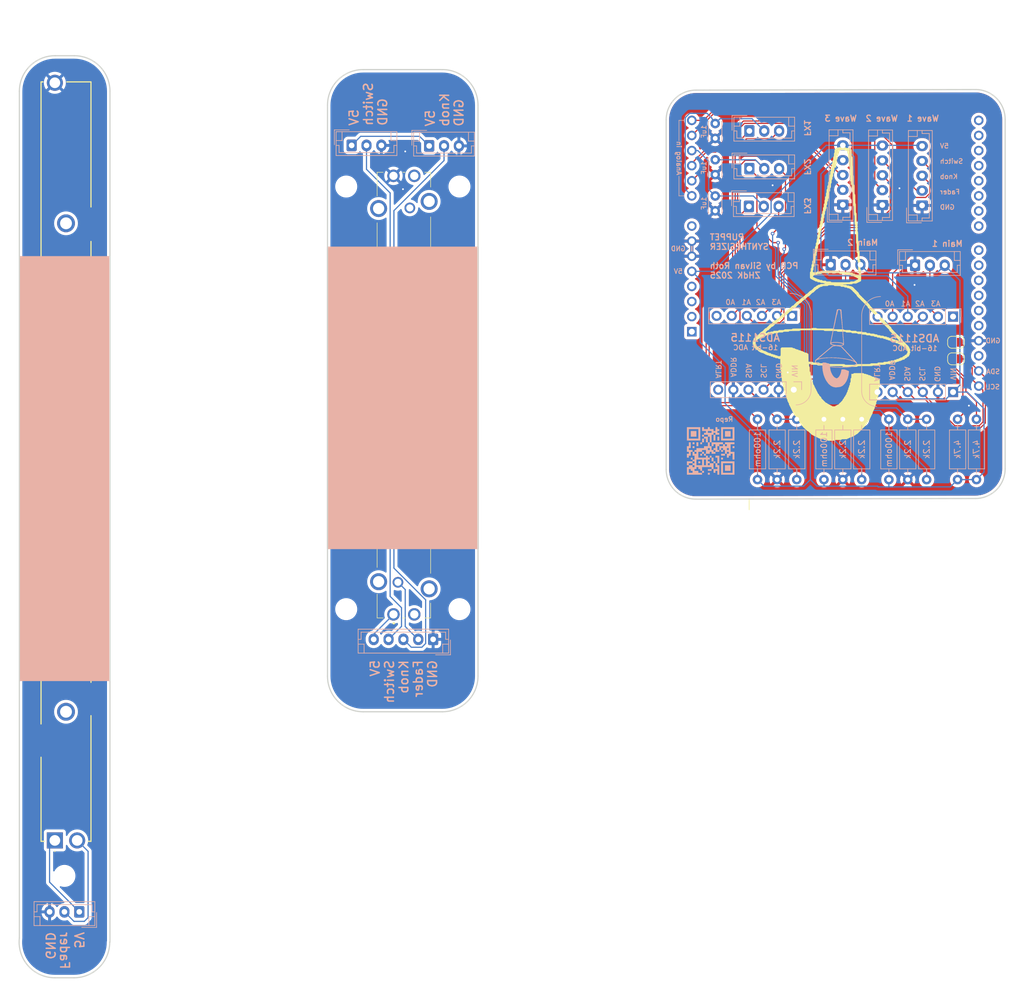
<source format=kicad_pcb>
(kicad_pcb (version 20240108) (generator "pcbnew") (generator_version "8.0")
  (layers (0 "F.Cu" signal) (31 "B.Cu" signal) (34 "B.Paste" user) (35 "F.Paste" user) (36 "B.SilkS" user "B.Silkscreen") (37 "F.SilkS" user "F.Silkscreen") (38 "B.Mask" user) (39 "F.Mask" user) (44 "Edge.Cuts" user))
  (net 0 "")
  (net 1 "Main_1")
  (net 2 "Main_2")
  (net 3 "SDA")
  (net 11 "SCL")
  (net 25 "Toggle_2")
  (net 26 "Switch_2")
  (net 27 "Knob_1")
  (net 30 "Net-(JP1-A)")
  (net 31 "Net-(JP2-A)")
  (net 32 "GND")
  (net 33 "+5V")
  (net 34 "Net-(J24-Pad3)")
  (net 35 "Net-(J24-Pad1)")
  (net 36 "Net-(J25-Pad1)")
  (net 37 "Net-(J25-Pad3)")
  (net 38 "Net-(J26-Pad1)")
  (net 39 "Net-(J26-Pad3)")
  (net 40 "Switch_3")
  (net 41 "Switch_1")
  (net 42 "Small_Fader_1")
  (net 43 "Small_Fader_2")
  (net 44 "Knob_2")
  (net 45 "Small_Fader_3")
  (net 46 "Knob_3")
  (net 47 "Toggle_3")
  (net 48 "Toggle_1")
  (net 49 "Net-(C3-Pad1)")
  (footprint "MountingHole:MountingHole_3.2mm_M3" (layer "F.Cu") (at 148.082 123.571)
    (property "Reference" "H4" (hide yes))
    (property "Value" "MountingHole_M3" (hide yes))
  )
  (footprint "Jumper:SolderJumper-2_P1.3mm_Open_RoundedPad1.0x1.5mm" (layer "F.Cu") (at 231.597063 78.655119)
    (property "Reference" "JP2" (hide yes))
    (property "Value" "Jumper_2_Bridged" (hide yes))
  )
  (footprint "LOGO" (layer "F.Cu") (at 211.673061 79.569415)
    (property "Reference" "G***" (hide yes))
    (property "Value" "LOGO" (hide yes))
  )
  (footprint "Module:Arduino_UNO_R3" (layer "F.Cu") (at 187.162061 76.877115 90)
    (property "Reference" "A1" (hide yes))
    (property "Value" "Arduino_Leonardo" (hide yes))
  )
  (footprint "MountingHole:MountingHole_3.2mm_M3" (layer "F.Cu") (at 148.082 52.451)
    (property "Reference" "H2" (hide yes))
    (property "Value" "MountingHole_M3" (hide yes))
  )
  (footprint "MountingHole:MountingHole_3.2mm_M3" (layer "F.Cu") (at 129.032 52.451)
    (property "Reference" "H1" (hide yes))
    (property "Value" "MountingHole_M3" (hide yes))
  )
  (footprint "Jumper:SolderJumper-2_P1.3mm_Open_RoundedPad1.0x1.5mm" (layer "F.Cu") (at 231.597064 81.449118)
    (property "Reference" "JP1" (hide yes))
    (property "Value" "Jumper_2_Bridged" (hide yes))
  )
  (footprint "MountingHole:MountingHole_3.2mm_M3" (layer "F.Cu") (at 129.032 123.571)
    (property "Reference" "H3" (hide yes))
    (property "Value" "MountingHole_M3" (hide yes))
  )
  (footprint "LOGO" (layer "F.Cu") (at 211.610156 70.145638)
    (property "Reference" "G***" (hide yes))
    (property "Value" "LOGO" (hide yes))
  )
  (footprint "MountingHole:MountingHole_3.2mm_M3" (layer "F.Cu") (at 81.637 168.458875 -90)
    (property "Reference" "H13" (hide yes))
    (property "Value" "MountingHole_M3" (hide yes))
  )
  (footprint "PuppetSynth:PS6020MC1BR10K" (layer "F.Cu") (at 136.983 124.451001 90)
    (property "Reference" "10k")
    (property "Value" "R_Potentiometer" (hide yes))
  )
  (footprint "PuppetSynth:PS1001B1BR10K" (layer "F.Cu") (at 80.027002 162.489 90)
    (property "Reference" "10k")
    (property "Value" "R_Potentiometer" (hide yes))
  )
  (footprint "Resistor_THT:R_Axial_DIN0207_L6.3mm_D2.5mm_P10.16mm_Horizontal" (layer "B.Cu") (at 231.866058 91.609121 -90)
    (property "Reference" "R2" (hide yes))
    (property "Value" "4.7k")
  )
  (footprint "Capacitor_THT:C_Disc_D3.0mm_W2.0mm_P2.50mm" (layer "B.Cu") (at 191.099064 47.941118 -90)
    (property "Reference" "C4" (hide yes))
    (property "Value" "1uF")
  )
  (footprint "Connector_JST:JST_EH_B5B-EH-A_1x05_P2.50mm_Vertical" (layer "B.Cu") (at 219.212063 55.555115 90)
    (property "Reference" "J14" (hide yes))
    (property "Value" "JST_05" (hide yes))
  )
  (footprint "Connector_JST:JST_EH_B3B-EH-A_1x03_P2.50mm_Vertical" (layer "B.Cu") (at 84.137 174.508875 180)
    (property "Reference" "J3" (hide yes))
    (property "Value" "JST_03")
  )
  (footprint "Connector_JST:JST_EH_B5B-EH-A_1x05_P2.50mm_Vertical" (layer "B.Cu") (at 225.897062 55.635116 90)
    (property "Reference" "J13" (hide yes))
    (property "Value" "JST_05" (hide yes))
  )
  (footprint "Connector_JST:JST_EH_B5B-EH-A_1x05_P2.50mm_Vertical" (layer "B.Cu") (at 143.653 128.651 180)
    (property "Reference" "J5" (hide yes))
    (property "Value" "JST_05")
  )
  (footprint "Resistor_THT:R_Axial_DIN0207_L6.3mm_D2.5mm_P10.16mm_Horizontal" (layer "B.Cu") (at 223.484059 101.769118 90)
    (property "Reference" "R10" (hide yes))
    (property "Value" "2.2k")
  )
  (footprint "Connector_PinSocket_2.54mm:PinSocket_1x06_P2.54mm_Vertical" (layer "B.Cu") (at 204.307057 86.638058 90)
    (property "Reference" "J8" (hide yes))
    (property "Value" "PINHD_1x6_Female" (hide yes))
  )
  (footprint "Connector_PinSocket_2.54mm:PinSocket_1x06_P2.54mm_Vertical" (layer "B.Cu") (at 231.104061 87.037115 90)
    (property "Reference" "J10" (hide yes))
    (property "Value" "PINHD_1x6_Female" (hide yes))
  )
  (footprint "Connector_JST:JST_EH_B3B-EH-A_1x03_P2.50mm_Vertical" (layer "B.Cu") (at 142.986 45.611832)
    (property "Reference" "J20" (hide yes))
    (property "Value" "JST_03" (hide yes))
  )
  (footprint "Connector_PinSocket_2.54mm:PinSocket_1x06_P2.54mm_Vertical" (layer "B.Cu") (at 231.104061 74.337116 90)
    (property "Reference" "J19" (hide yes))
    (property "Value" "PINHD_1x6_Female" (hide yes))
  )
  (footprint "Connector_JST:JST_EH_B5B-EH-A_1x05_P2.50mm_Vertical" (layer "B.Cu") (at 212.562064 55.515112 90)
    (property "Reference" "J15" (hide yes))
    (property "Value" "JST_05" (hide yes))
  )
  (footprint "Capacitor_THT:C_Disc_D3.0mm_W2.0mm_P2.50mm" (layer "B.Cu") (at 191.099062 54.037117 -90)
    (property "Reference" "C5" (hide yes))
    (property "Value" "1uF")
  )
  (footprint "Capacitor_THT:C_Disc_D3.0mm_W2.0mm_P2.50mm" (layer "B.Cu") (at 191.099063 41.845116 -90)
    (property "Reference" "C3" (hide yes))
    (property "Value" "1uF")
  )
  (footprint "Connector_JST:JST_EH_B3B-EH-A_1x03_P2.50mm_Vertical" (layer "B.Cu") (at 196.767064 55.79512)
    (property "Reference" "J26" (hide yes))
    (property "Value" "JST_03" (hide yes))
  )
  (footprint "Resistor_THT:R_Axial_DIN0207_L6.3mm_D2.5mm_P10.16mm_Horizontal" (layer "B.Cu") (at 198.211059 91.609121 -90)
    (property "Reference" "R9" (hide yes))
    (property "Value" "100ohm")
  )
  (footprint "Connector_PinSocket_2.54mm:PinSocket_1x06_P2.54mm_Vertical" (layer "B.Cu") (at 204.035013 74.210118 90)
    (property "Reference" "J9" (hide yes))
    (property "Value" "PINHD_1x6_Female" (hide yes))
  )
  (footprint "Connector_JST:JST_EH_B3B-EH-A_1x03_P2.50mm_Vertical" (layer "B.Cu") (at 210.520295 65.610885)
    (property "Reference" "J12" (hide yes))
    (property "Value" "JST_03" (hide yes))
  )
  (footprint "Resistor_THT:R_Axial_DIN0207_L6.3mm_D2.5mm_P10.16mm_Horizontal" (layer "B.Cu") (at 201.51306 101.769118 90)
    (property "Reference" "R5" (hide yes))
    (property "Value" "2.2k")
  )
  (footprint "LOGO" (layer "B.Cu") (at 190.337063 96.94312 180)
    (property "Reference" "G***" (hide yes))
    (property "Value" "LOGO" (hide yes))
  )
  (footprint "Resistor_THT:R_Axial_DIN0207_L6.3mm_D2.5mm_P10.16mm_Horizontal" (layer "B.Cu") (at 212.562063 101.76912 90)
    (property "Reference" "R13" (hide yes))
    (property "Value" "2.2k")
  )
  (footprint "Resistor_THT:R_Axial_DIN0207_L6.3mm_D2.5mm_P10.16mm_Horizontal" (layer "B.Cu") (at 235.041063 91.609121 -90)
    (property "Reference" "R1" (hide yes))
    (property "Value" "4.7k")
  )
  (footprint "Resistor_THT:R_Axial_DIN0207_L6.3mm_D2.5mm_P10.16mm_Horizontal" (layer "B.Cu") (at 204.815062 91.609118 -90)
    (property "Reference" "R4" (hide yes))
    (property "Value" "2.2k")
  )
  (footprint "Connector_JST:JST_EH_B3B-EH-A_1x03_P2.50mm_Vertical" (layer "B.Cu") (at 196.847061 43.095116)
    (property "Reference" "J24" (hide yes))
    (property "Value" "JST_03" (hide yes))
  )
  (footprint "Connector_JST:JST_EH_B3B-EH-A_1x03_P2.50mm_Vertical" (layer "B.Cu") (at 224.707063 65.701121)
    (property "Reference" "J11" (hide yes))
    (property "Value" "JST_03" (hide yes))
  )
  (footprint "Connector_JST:JST_EH_B3B-EH-A_1x03_P2.50mm_Vertical" (layer "B.Cu") (at 129.944649 45.525999)
    (property "Reference" "J16" (hide yes))
    (property "Value" "JST_03" (hide yes))
  )
  (footprint "Resistor_THT:R_Axial_DIN0207_L6.3mm_D2.5mm_P10.16mm_Horizontal" (layer "B.Cu") (at 209.387062 91.60912 -90)
    (property "Reference" "R17" (hide yes))
    (property "Value" "100ohm")
  )
  (footprint "Connector_JST:JST_EH_B3B-EH-A_1x03_P2.50mm_Vertical" (layer "B.Cu") (at 196.847062 49.44512)
    (property "Reference" "J25" (hide yes))
    (property "Value" "JST_03" (hide yes))
  )
  (footprint "Resistor_THT:R_Axial_DIN0207_L6.3mm_D2.5mm_P10.16mm_Horizontal" (layer "B.Cu") (at 226.659062 91.609117 -90)
    (property "Reference" "R11" (hide yes))
    (property "Value" "2.2k")
  )
  (footprint "Resistor_THT:R_Axial_DIN0207_L6.3mm_D2.5mm_P10.16mm_Horizontal" (layer "B.Cu") (at 215.737062 91.609118 -90)
    (property "Reference" "R14" (hide yes))
    (property "Value" "2.2k")
  )
  (footprint "Resistor_THT:R_Axial_DIN0207_L6.3mm_D2.5mm_P10.16mm_Horizontal" (layer "B.Cu") (at 220.309062 91.609111 -90)
    (property "Reference" "R12" (hide yes))
    (property "Value" "100ohm")
  )
  (gr_line (start 190.5 40.894) (end 190.754 41.402) (stroke (width 0.2)) (layer "B.Cu"))
  (gr_poly (pts (xy 89.297002 64.205) (xy 89.297001 135.62) (xy 74.057002 135.62) (xy 74.057002 64.204999)) (stroke (width 0.1)) (fill solid) (layer "B.SilkS"))
  (gr_line (start 185.003061 41.31712) (end 185.892059 41.31712) (stroke (width 0.1)) (layer "B.SilkS"))
  (gr_arc (start 215.737062 74.210121) (mid 216.64342 71.920833) (end 218.91322 70.966708) (stroke (width 0.1)) (layer "B.SilkS"))
  (gr_arc (start 218.277061 89.450119) (mid 216.48098 88.706199) (end 215.737062 86.910119) (stroke (width 0.1)) (layer "B.SilkS"))
  (gr_rect (start 125.841 62.611) (end 151.273 113.411) (stroke (width 0.1)) (fill solid) (layer "B.SilkS"))
  (gr_arc (start 203.670321 70.44158) (mid 206.191791 71.447134) (end 207.228064 73.956119) (stroke (width 0.1)) (layer "B.SilkS"))
  (gr_line (start 185.003061 44.74612) (end 185.003061 41.31712) (stroke (width 0.1)) (layer "B.SilkS"))
  (gr_line (start 185.003064 50.715118) (end 185.003062 54.017119) (stroke (width 0.1)) (layer "B.SilkS"))
  (gr_line (start 207.228063 86.656118) (end 207.228062 73.956122) (stroke (width 0.1)) (layer "B.SilkS"))
  (gr_arc (start 207.228063 86.656118) (mid 206.484142 88.452199) (end 204.688061 89.196119) (stroke (width 0.1)) (layer "B.SilkS"))
  (gr_line (start 187.162061 63.288119) (end 187.162063 62.526117) (stroke (width 0.2)) (layer "B.SilkS"))
  (gr_line (start 215.737062 74.21012) (end 215.737062 86.910119) (stroke (width 0.1)) (layer "B.SilkS"))
  (gr_line (start 185.003062 54.017119) (end 185.892061 54.017117) (stroke (width 0.1)) (layer "B.SilkS"))
  (gr_arc (start 151.199351 134.841299) (mid 149.441992 139.08394) (end 145.199351 140.841299) (stroke (width 0.2)) (layer "Edge.Cuts"))
  (gr_line (start 182.848063 100.055884) (end 182.848061 41.22591) (stroke (width 0.2)) (layer "Edge.Cuts"))
  (gr_line (start 145.199351 140.841299) (end 131.882649 140.841299) (stroke (width 0.2)) (layer "Edge.Cuts"))
  (gr_line (start 239.865063 41.120355) (end 239.865059 99.950333) (stroke (width 0.2)) (layer "Edge.Cuts"))
  (gr_line (start 187.836836 36.22592) (end 234.853836 36.120369) (stroke (width 0.2)) (layer "Edge.Cuts"))
  (gr_line (start 80.057001 30.434) (end 83.297002 30.434) (stroke (width 0.2)) (layer "Edge.Cuts"))
  (gr_arc (start 187.859286 105.05587) (mid 184.316476 103.595386) (end 182.848063 100.055884) (stroke (width 0.2)) (layer "Edge.Cuts"))
  (gr_arc (start 131.882649 140.841299) (mid 127.640008 139.08394) (end 125.882649 134.841299) (stroke (width 0.2)) (layer "Edge.Cuts"))
  (gr_line (start 131.882649 32.766) (end 145.199351 32.766) (stroke (width 0.2)) (layer "Edge.Cuts"))
  (gr_arc (start 80.016999 185.603874) (mid 75.53645 183.59452) (end 74.057001 178.912203) (stroke (width 0.2)) (layer "Edge.Cuts"))
  (gr_arc (start 239.865059 99.950333) (mid 238.404553 103.481883) (end 234.876285 104.950315) (stroke (width 0.2)) (layer "Edge.Cuts"))
  (gr_arc (start 89.257 179.603874) (mid 87.499647 183.846528) (end 83.257002 185.603874) (stroke (width 0.2)) (layer "Edge.Cuts"))
  (gr_line (start 74.057001 178.912203) (end 74.057001 36.433999) (stroke (width 0.2)) (layer "Edge.Cuts"))
  (gr_arc (start 145.199351 32.766) (mid 149.442019 34.523331) (end 151.199351 38.766) (stroke (width 0.2)) (layer "Edge.Cuts"))
  (gr_line (start 234.876285 104.950315) (end 187.859286 105.05587) (stroke (width 0.2)) (layer "Edge.Cuts"))
  (gr_line (start 89.297002 36.433999) (end 89.297002 179.603877) (stroke (width 0.2)) (layer "Edge.Cuts"))
  (gr_line (start 83.257002 185.603874) (end 80.016999 185.603874) (stroke (width 0.2)) (layer "Edge.Cuts"))
  (gr_arc (start 182.848061 41.22591) (mid 184.308563 37.69435) (end 187.836836 36.22592) (stroke (width 0.2)) (layer "Edge.Cuts"))
  (gr_arc (start 234.853836 36.120369) (mid 238.396641 37.580853) (end 239.865063 41.120355) (stroke (width 0.2)) (layer "Edge.Cuts"))
  (gr_arc (start 83.297002 30.434) (mid 87.539625 32.191366) (end 89.297002 36.433999) (stroke (width 0.2)) (layer "Edge.Cuts"))
  (gr_line (start 151.199351 38.766) (end 151.199351 134.841299) (stroke (width 0.2)) (layer "Edge.Cuts"))
  (gr_arc (start 125.882649 38.766) (mid 127.640008 34.523359) (end 131.882649 32.766) (stroke (width 0.2)) (layer "Edge.Cuts"))
  (gr_line (start 125.882649 134.841299) (end 125.882649 38.766) (stroke (width 0.2)) (layer "Edge.Cuts"))
  (gr_line (start 89.257 179.603874) (end 89.297002 179.603877) (stroke (width 0.2)) (layer "Edge.Cuts"))
  (gr_arc (start 74.057001 36.433999) (mid 75.814357 32.191357) (end 80.057001 30.434) (stroke (width 0.2)) (layer "Edge.Cuts"))
  (gr_text "SDA" (at 223.375113 83.989116 -90) (layer "B.SilkS") (effects (font (size 0.87376 0.87376) (thickness 0.14224)) (justify mirror)))
  (gr_text "ADS1115" (at 197.83006 77.893113 0) (layer "B.SilkS") (effects (font (size 1.25222 1.25222) (thickness 0.22098)) (justify mirror)))
  (gr_text "GND" (at 228.437064 83.989119 -90) (layer "B.SilkS") (effects (font (size 0.87376 0.87376) (thickness 0.14224)) (justify mirror)))
  (gr_text "GND" (at 201.767058 83.481117 -90) (layer "B.SilkS") (effects (font (size 0.87376 0.87376) (thickness 0.14224)) (justify mirror)))
  (gr_text "5V\n\nSwitch\n\nKnob\n\nFader\n\nGND" (at 228.818062 56.390116 0) (layer "B.SilkS") (effects (font (size 0.8 0.8) (thickness 0.15) (bold yes)) (justify right bottom mirror)))
  (gr_text "SDA" (at 196.705114 83.481117 -90) (layer "B.SilkS") (effects (font (size 0.87376 0.87376) (thickness 0.14224)) (justify mirror)))
  (gr_text "A3" (at 201.386063 71.924122 0) (layer "B.SilkS") (effects (font (size 0.87376 0.87376) (thickness 0.14224)) (justify mirror)))
  (gr_text "GND" (at 237.835062 78.401119 0) (layer "B.SilkS") (effects (font (size 0.8 0.8) (thickness 0.15) (bold yes)) (justify mirror)))
  (gr_text "A2" (at 225.516064 72.178118 0) (layer "B.SilkS") (effects (font (size 0.87376 0.87376) (thickness 0.14224)) (justify mirror)))
  (gr_text "5V\nFader\nGND" (at 78.375002 177.7635 -90) (layer "B.SilkS") (effects (font (size 1.5 1.5) (thickness 0.25) (bold yes)) (justify right bottom mirror)))
  (gr_text "ADDR" (at 194.147062 82.846118 -90) (layer "B.SilkS") (effects (font (size 0.87376 0.87376) (thickness 0.14224)) (justify mirror)))
  (gr_text "5V\nKnob\nGND" (at 148.867649 42.477999 90) (layer "B.SilkS") (effects (font (size 1.5 1.5) (thickness 0.25) (bold yes)) (justify right bottom mirror)))
  (gr_text "Wave 1  Wave 2  Wave 3" (at 209.387062 41.571117 0) (layer "B.SilkS") (effects (font (size 1 1) (thickness 0.2) (bold yes)) (justify right bottom mirror)))
  (gr_text "GND" (at 184.876065 62.907118 0) (layer "B.SilkS") (effects (font (size 0.8 0.8) (thickness 0.15) (bold yes)) (justify mirror)))
  (gr_text "FX3     FX2     FX1" (at 205.991063 41.063119 -90) (layer "B.SilkS") (effects (font (size 1 1) (thickness 0.2) (bold yes)) (justify right bottom mirror)))
  (gr_text "VIN" (at 231.10406 83.989117 -90) (layer "B.SilkS") (effects (font (size 0.87376 0.87376) (thickness 0.14224)) (justify mirror)))
  (gr_text "SCL" (at 225.897063 83.989121 -90) (layer "B.SilkS") (effects (font (size 0.87376 0.87376) (thickness 0.14224)) (justify mirror)))
  (gr_text "A1" (at 196.306068 71.924117 0) (layer "B.SilkS") (effects (font (size 0.87376 0.87376) (thickness 0.14224)) (justify mirror)))
  (gr_text "5V\nSwitch\nKnob\nFader\nGND" (at 144.422649 132.012999 90) (layer "B.SilkS") (effects (font (size 1.5 1.5) (thickness 0.25) (bold yes)) (justify left bottom mirror)))
  (gr_text "ALRT" (at 218.29511 83.735118 -90) (layer "B.SilkS") (effects (font (size 0.87376 0.87376) (thickness 0.14224)) (justify mirror)))
  (gr_text "A0" (at 220.43606 72.178118 0) (layer "B.SilkS") (effects (font (size 0.87376 0.87376) (thickness 0.14224)) (justify mirror)))
  (gr_text "A3" (at 228.183063 72.178118 0) (layer "B.SilkS") (effects (font (size 0.87376 0.87376) (thickness 0.14224)) (justify mirror)))
  (gr_text "A1" (at 223.103063 72.178119 0) (layer "B.SilkS") (effects (font (size 0.87376 0.87376) (thickness 0.14224)) (justify mirror)))
  (gr_text "16-bit ADC" (at 197.893566 79.544116 0) (layer "B.SilkS") (effects (font (size 0.8636 0.8636) (thickness 0.1524)) (justify mirror)))
  (gr_text "5V\nSwitch\nGND" (at 136.040649 42.350999 90) (layer "B.SilkS") (effects (font (size 1.5 1.5) (thickness 0.25) (bold yes)) (justify right bottom mirror)))
  (gr_text "A2" (at 198.719058 71.924116 0) (layer "B.SilkS") (effects (font (size 0.87376 0.87376) (thickness 0.14224)) (justify mirror)))
  (gr_text "16-bit ADC" (at 224.69056 79.671118 0) (layer "B.SilkS") (effects (font (size 0.8636 0.8636) (thickness 0.1524)) (justify mirror)))
  (gr_text "Repo" (at 192.623058 91.609116 0) (layer "B.SilkS") (effects (font (size 0.8 0.8) (thickness 0.15) (bold yes)) (justify mirror)))
  (gr_text "SCL" (at 199.227061 83.481118 -90) (layer "B.SilkS") (effects (font (size 0.87376 0.87376) (thickness 0.14224)) (justify mirror)))
  (gr_text "A0" (at 193.639065 71.924118 0) (layer "B.SilkS") (effects (font (size 0.87376 0.87376) (thickness 0.14224)) (justify mirror)))
  (gr_text "SDA\n\nSCL" (at 237.83506 84.87812 0) (layer "B.SilkS") (effects (font (size 0.8 0.8) (thickness 0.15) (bold yes)) (justify mirror)))
  (gr_text "VIN" (at 204.434057 83.481112 -90) (layer "B.SilkS") (effects (font (size 0.87376 0.87376) (thickness 0.14224)) (justify mirror)))
  (gr_text "Analog in" (at 185.003061 47.66712 -90) (layer "B.SilkS") (effects (font (size 0.8 0.8) (thickness 0.15) (bold yes)) (justify mirror)))
  (gr_text "PUPPET\nSYNTHESIZER\n\nPCB by Silvan Roth\nZHdK 2025" (at 190.083061 67.987115 0) (layer "B.SilkS") (effects (font (size 1 1) (thickness 0.2) (bold yes)) (justify right bottom mirror)))
  (gr_text "ALRT" (at 191.625112 83.227119 -90) (layer "B.SilkS") (effects (font (size 0.87376 0.87376) (thickness 0.14224)) (justify mirror)))
  (gr_text "ADS1115" (at 224.62706 78.020114 0) (layer "B.SilkS") (effects (font (size 1.25222 1.25222) (thickness 0.22098)) (justify mirror)))
  (gr_text "ADDR" (at 220.817061 83.35412 -90) (layer "B.SilkS") (effects (font (size 0.87376 0.87376) (thickness 0.14224)) (justify mirror)))
  (gr_text "Main 1" (at 227.421063 62.653119 0) (layer "B.SilkS") (effects (font (size 1 1) (thickness 0.2) (bold yes)) (justify right bottom mirror)))
  (gr_text "Main 2" (at 213.195297 62.461887 0) (layer "B.SilkS") (effects (font (size 1 1) (thickness 0.2) (bold yes)) (justify right bottom mirror)))
  (gr_text "5V" (at 184.876059 66.717119 0) (layer "B.SilkS") (effects (font (size 0.8 0.8) (thickness 0.15) (bold yes)) (justify mirror)))
  (segment (start 227.207062 65.701118) (end 227.207061 72.980118) (width 0.2) (layer "F.Cu") (net 1))
  (segment (start 227.207061 72.980118) (end 228.56406 74.33712) (width 0.2) (layer "F.Cu") (net 1))
  (segment (start 85.614001 175.4775) (end 85.614003 164.325996) (width 0.2) (layer "B.Cu") (net 1))
  (segment (start 84.979002 176.112499) (end 85.614001 175.4775) (width 0.2) (layer "B.Cu") (net 1))
  (segment (start 83.240624 176.112499) (end 84.979002 176.112499) (width 0.2) (layer "B.Cu") (net 1))
  (segment (start 85.614003 164.325996) (end 83.777006 162.488998) (width 0.2) (layer "B.Cu") (net 1))
  (segment (start 81.637 174.508875) (end 83.240624 176.112499) (width 0.2) (layer "B.Cu") (net 1))
  (segment (start 213.020298 71.112357) (end 213.020298 65.610886) (width 0.2) (layer "F.Cu") (net 2))
  (segment (start 224.87406 75.48712) (end 217.395063 75.487118) (width 0.2) (layer "F.Cu") (net 2))
  (segment (start 217.395063 75.487118) (end 213.020298 71.112357) (width 0.2) (layer "F.Cu") (net 2))
  (segment (start 226.02406 74.337115) (end 224.87406 75.48712) (width 0.2) (layer "F.Cu") (net 2))
  (segment (start 233.057154 81.112208) (end 233.057152 79.465213) (width 0.2) (layer "F.Cu") (net 3))
  (segment (start 223.484059 87.037118) (end 221.69006 85.243119) (width 0.2) (layer "F.Cu") (net 3))
  (segment (start 198.236118 88.187117) (end 196.687058 86.638059) (width 0.2) (layer "F.Cu") (net 3))
  (segment (start 235.422062 83.477118) (end 233.057154 81.112208) (width 0.2) (layer "F.Cu") (net 3))
  (segment (start 233.057152 79.465213) (end 232.247062 78.655121) (width 0.2) (layer "F.Cu") (net 3))
  (segment (start 236.541059 92.230441) (end 235.658927 93.112574) (width 0.2) (layer "F.Cu") (net 3))
  (segment (start 236.522062 84.577119) (end 236.522061 87.698432) (width 0.2) (layer "F.Cu") (net 3))
  (segment (start 221.69006 85.243119) (end 207.879061 85.243118) (width 0.2) (layer "F.Cu") (net 3))
  (segment (start 235.422062 83.477118) (end 236.522062 84.577119) (width 0.2) (layer "F.Cu") (net 3))
  (segment (start 236.522061 87.698432) (end 236.541063 87.717432) (width 0.2) (layer "F.Cu") (net 3))
  (segment (start 207.879061 85.243118) (end 204.93506 88.187118) (width 0.2) (layer "F.Cu") (net 3))
  (segment (start 231.248191 93.112576) (end 226.442738 88.307119) (width 0.2) (layer "F.Cu") (net 3))
  (segment (start 236.541063 87.717432) (end 236.541059 92.230441) (width 0.2) (layer "F.Cu") (net 3))
  (segment (start 204.93506 88.187118) (end 198.236118 88.187117) (width 0.2) (layer "F.Cu") (net 3))
  (segment (start 226.442738 88.307119) (end 224.754062 88.307119) (width 0.2) (layer "F.Cu") (net 3))
  (segment (start 235.658927 93.112574) (end 231.248191 93.112576) (width 0.2) (layer "F.Cu") (net 3))
  (segment (start 224.754062 88.307119) (end 223.484059 87.037118) (width 0.2) (layer "F.Cu") (net 3))
  (segment (start 223.103062 86.656117) (end 223.484059 87.037118) (width 0.2) (layer "B.Cu") (net 3))
  (segment (start 235.422064 86.01712) (end 236.122062 86.717121) (width 0.2) (layer "F.Cu") (net 11))
  (segment (start 236.14106 87.883121) (end 236.141061 92.064758) (width 0.2) (layer "F.Cu") (net 11))
  (segment (start 234.322057 82.942804) (end 234.322056 84.917118) (width 0.2) (layer "F.Cu") (net 11))
  (segment (start 236.141061 92.064758) (end 235.49324 92.712576) (width 0.2) (layer "F.Cu") (net 11))
  (segment (start 236.122062 86.717121) (end 236.12206 87.86412) (width 0.2) (layer "F.Cu") (net 11))
  (segment (start 236.12206 87.86412) (end 236.14106 87.883121) (width 0.2) (layer "F.Cu") (net 11))
  (segment (start 232.247063 81.449118) (end 232.828374 81.44912) (width 0.2) (layer "F.Cu") (net 11))
  (segment (start 226.024063 87.322756) (end 226.024062 87.037118) (width 0.2) (layer "F.Cu") (net 11))
  (segment (start 231.41388 92.712573) (end 226.024063 87.322756) (width 0.2) (layer "F.Cu") (net 11))
  (segment (start 232.828374 81.44912) (end 234.322057 82.942804) (width 0.2) (layer "F.Cu") (net 11))
  (segment (start 201.022001 84.843119) (end 223.830062 84.843118) (width 0.2) (layer "F.Cu") (net 11))
  (segment (start 199.22706 86.638059) (end 201.022001 84.843119) (width 0.2) (layer "F.Cu") (net 11))
  (segment (start 234.322056 84.917118) (end 235.422064 86.01712) (width 0.2) (layer "F.Cu") (net 11))
  (segment (start 235.49324 92.712576) (end 231.41388 92.712573) (width 0.2) (layer "F.Cu") (net 11))
  (segment (start 223.830062 84.843118) (end 226.024062 87.037118) (width 0.2) (layer "F.Cu") (net 11))
  (segment (start 194.865012 49.317428) (end 196.13432 48.048118) (width 0.2) (layer "F.Cu") (net 25))
  (segment (start 193.875013 74.210116) (end 194.86501 73.220121) (width 0.2) (layer "F.Cu") (net 25))
  (segment (start 197.950063 48.048119) (end 199.347064 49.445117) (width 0.2) (layer "F.Cu") (net 25))
  (segment (start 196.13432 48.048118) (end 197.950063 48.048119) (width 0.2) (layer "F.Cu") (net 25))
  (segment (start 194.86501 73.220121) (end 194.865012 49.317428) (width 0.2) (layer "F.Cu") (net 25))
  (segment (start 191.099064 47.941118) (end 197.843065 47.941119) (width 0.2) (layer "B.Cu") (net 25))
  (segment (start 197.843065 47.941119) (end 199.347064 49.445117) (width 0.2) (layer "B.Cu") (net 25))
  (segment (start 218.091488 59.351117) (end 220.963061 56.479545) (width 0.2) (layer "F.Cu") (net 26))
  (segment (start 201.495009 74.210116) (end 202.245009 73.460116) (width 0.2) (layer "F.Cu") (net 26))
  (segment (start 220.963061 56.479545) (end 220.96306 49.806114) (width 0.2) (layer "F.Cu") (net 26))
  (segment (start 202.245009 73.460116) (end 202.245011 67.058855) (width 0.2) (layer "F.Cu") (net 26))
  (segment (start 220.96306 49.806114) (end 219.212063 48.055117) (width 0.2) (layer "F.Cu") (net 26))
  (segment (start 209.952748 59.351113) (end 218.091488 59.351117) (width 0.2) (layer "F.Cu") (net 26))
  (segment (start 202.245011 67.058855) (end 209.952748 59.351113) (width 0.2) (layer "F.Cu") (net 26))
  (segment (start 226.498406 54.285116) (end 227.172062 53.611465) (width 0.2) (layer "F.Cu") (net 27))
  (segment (start 223.723177 54.285117) (end 226.498406 54.285116) (width 0.2) (layer "F.Cu") (net 27))
  (segment (start 202.645011 74.686467) (end 202.645008 67.22454) (width 0.2) (layer "F.Cu") (net 27))
  (segment (start 210.010432 59.859119) (end 218.149171 59.859118) (width 0.2) (layer "F.Cu") (net 27))
  (segment (start 197.565013 75.360119) (end 201.971353 75.360119) (width 0.2) (layer "F.Cu") (net 27))
  (segment (start 196.415012 74.210118) (end 197.565013 75.360119) (width 0.2) (layer "F.Cu") (net 27))
  (segment (start 218.149171 59.859118) (end 223.723177 54.285117) (width 0.2) (layer "F.Cu") (net 27))
  (segment (start 201.971353 75.360119) (end 202.645011 74.686467) (width 0.2) (layer "F.Cu") (net 27))
  (segment (start 202.645008 67.22454) (end 210.010432 59.859119) (width 0.2) (layer "F.Cu") (net 27))
  (segment (start 227.172059 51.910114) (end 225.897062 50.635119) (width 0.2) (layer "F.Cu") (net 27))
  (segment (start 227.172062 53.611465) (end 227.172059 51.910114) (width 0.2) (layer "F.Cu") (net 27))
  (segment (start 142.390649 129.345999) (end 142.390649 121.998169) (width 0.2) (layer "B.Cu") (net 27))
  (segment (start 137.056649 56.507351) (end 145.486 48.078) (width 0.2) (layer "B.Cu") (net 27))
  (segment (start 138.653 128.651) (end 139.982999 129.980999) (width 0.2) (layer "B.Cu") (net 27))
  (segment (start 142.390649 121.998169) (end 137.056649 116.664169) (width 0.2) (layer "B.Cu") (net 27))
  (segment (start 145.486 48.078) (end 145.486 45.611833) (width 0.2) (layer "B.Cu") (net 27))
  (segment (start 137.056649 116.664169) (end 137.056649 56.507351) (width 0.2) (layer "B.Cu") (net 27))
  (segment (start 139.982999 129.980999) (end 141.755649 129.980999) (width 0.2) (layer "B.Cu") (net 27))
  (segment (start 141.755649 129.980999) (end 142.390649 129.345999) (width 0.2) (layer "B.Cu") (net 27))
  (segment (start 233.263062 86.903118) (end 233.263061 84.751116) (width 0.2) (layer "F.Cu") (net 30))
  (segment (start 235.041063 91.609121) (end 235.041062 88.681119) (width 0.2) (layer "F.Cu") (net 30))
  (segment (start 230.94706 82.435116) (end 230.947062 81.449118) (width 0.2) (layer "F.Cu") (net 30))
  (segment (start 233.263061 84.751116) (end 230.94706 82.435116) (width 0.2) (layer "F.Cu") (net 30))
  (segment (start 235.041062 88.681119) (end 233.263062 86.903118) (width 0.2) (layer "F.Cu") (net 30))
  (segment (start 232.755063 84.808804) (end 232.755058 90.720122) (width 0.2) (layer "F.Cu") (net 31))
  (segment (start 230.136969 82.190714) (end 232.755063 84.808804) (width 0.2) (layer "F.Cu") (net 31))
  (segment (start 230.136971 79.46521) (end 230.136969 82.190714) (width 0.2) (layer "F.Cu") (net 31))
  (segment (start 232.755058 90.720122) (end 231.866058 91.609121) (width 0.2) (layer "F.Cu") (net 31))
  (segment (start 230.947064 78.65512) (end 230.136971 79.46521) (width 0.2) (layer "F.Cu") (net 31))
  (via (at 233.771062 89.323115) (size 0.6) (drill 0.3) (layers "F.Cu" "B.Cu") (net 32))
  (via (at 138.580649 52.891999) (size 0.6) (drill 0.3) (layers "F.Cu" "B.Cu") (net 32))
  (via (at 224.62706 69.003119) (size 0.6) (drill 0.3) (layers "F.Cu" "B.Cu") (net 32))
  (via (at 222.08706 52.747118) (size 0.6) (drill 0.3) (layers "F.Cu" "B.Cu") (net 32))
  (via (at 200.751062 52.239119) (size 0.6) (drill 0.3) (layers "F.Cu" "B.Cu") (net 32))
  (via (at 138.961649 46.541999) (size 0.6) (drill 0.3) (layers "F.Cu" "B.Cu") (net 32))
  (segment (start 229.707062 65.701121) (end 228.432062 66.976119) (width 0.2) (layer "B.Cu") (net 33))
  (segment (start 84.137 174.508498) (end 84.137 174.508875) (width 0.2) (layer "B.Cu") (net 33))
  (segment (start 188.559058 68.11412) (end 187.162063 66.717118) (width 0.2) (layer "B.Cu") (net 33))
  (segment (start 136.983 124.466648) (end 136.983 124.451001) (width 0.2) (layer "B.Cu") (net 33))
  (segment (start 192.757063 88.94912) (end 192.757059 82.85312) (width 0.2) (layer "B.Cu") (net 33))
  (segment (start 199.311061 102.86912) (end 206.001062 102.869118) (width 0.2) (layer "B.Cu") (net 33))
  (segment (start 198.211062 101.769119) (end 199.311061 102.86912) (width 0.2) (layer "B.Cu") (net 33))
  (segment (start 79.137001 163.378999) (end 79.137003 169.508501) (width 0.2) (layer "B.Cu") (net 33))
  (segment (start 133.653 127.796648) (end 136.983 124.466648) (width 0.2) (layer "B.Cu") (net 33))
  (segment (start 218.482946 102.991003) (end 218.531061 102.991006) (width 0.2) (layer "B.Cu") (net 33))
  (segment (start 204.30706 87.545117) (end 207.10106 90.339121) (width 0.2) (layer "B.Cu") (net 33))
  (segment (start 230.644178 102.991001) (end 231.866062 101.769118) (width 0.2) (layer "B.Cu") (net 33))
  (segment (start 188.559064 78.655119) (end 188.559058 68.11412) (width 0.2) (layer "B.Cu") (net 33))
  (segment (start 218.531061 102.991006) (end 220.218 102.991005) (width 0.2) (layer "B.Cu") (net 33))
  (segment (start 206.001062 102.869118) (end 207.101062 101.769122) (width 0.2) (layer "B.Cu") (net 33))
  (segment (start 229.954062 88.187117) (end 231.104061 87.037115) (width 0.2) (layer "B.Cu") (net 33))
  (segment (start 209.387062 102.706184) (end 209.55 102.869122) (width 0.2) (layer "B.Cu") (net 33))
  (segment (start 214.467059 64.557651) (end 214.46706 47.420114) (width 0.2) (layer "B.Cu") (net 33))
  (segment (start 141.376167 44.001999) (end 142.986 45.611832) (width 0.2) (layer "B.Cu") (net 33))
  (segment (start 225.777058 45.515115) (end 225.897062 45.635118) (width 0.2) (layer "B.Cu") (net 33))
  (segment (start 232.254063 68.248119) (end 229.707062 65.701121) (width 0.2) (layer "B.Cu") (net 33))
  (segment (start 79.137003 169.508501) (end 84.137 174.508498) (width 0.2) (layer "B.Cu") (net 33))
  (segment (start 198.21106 94.40312) (end 192.757063 88.94912) (width 0.2) (layer "B.Cu") (net 33))
  (segment (start 209.761068 45.515114) (end 212.562061 45.515113) (width 0.2) (layer "B.Cu") (net 33))
  (segment (start 216.885527 66.976119) (end 215.520295 65.610888) (width 0.2) (layer "B.Cu") (net 33))
  (segment (start 209.55 102.869122) (end 218.409177 102.869121) (width 0.2) (layer "B.Cu") (net 33))
  (segment (start 207.101062 101.769122) (end 208.201065 102.869122) (width 0.2) (layer "B.Cu") (net 33))
  (segment (start 232.501057 101.769118) (end 235.041061 101.769122) (width 0.2) (layer "B.Cu") (net 33))
  (segment (start 220.218 102.991005) (end 230.644178 102.991001) (width 0.2) (layer "B.Cu") (net 33))
  (segment (start 187.162063 66.717118) (end 190.718062 66.71712) (width 0.2) (layer "B.Cu") (net 33))
  (segment (start 233.517061 87.037119) (end 231.104061 87.037115) (width 0.2) (layer "B.Cu") (net 33))
  (segment (start 214.46706 47.420114) (end 212.562061 45.515113) (width 0.2) (layer "B.Cu") (net 33))
  (segment (start 228.432062 66.976119) (end 216.885527 66.976119) (width 0.2) (layer "B.Cu") (net 33))
  (segment (start 220.309062 102.899943) (end 220.218 102.991005) (width 0.2) (layer "B.Cu") (net 33))
  (segment (start 231.866062 101.769118) (end 232.501057 101.769118) (width 0.2) (layer "B.Cu") (net 33))
  (segment (start 204.307057 86.638058) (end 204.30706 87.545117) (width 0.2) (layer "B.Cu") (net 33))
  (segment (start 209.387062 101.769119) (end 209.387062 102.706184) (width 0.2) (layer "B.Cu") (net 33))
  (segment (start 232.254064 85.887121) (end 232.254063 68.248119) (width 0.2) (layer "B.Cu") (net 33))
  (segment (start 236.311062 89.83112) (end 233.517061 87.037119) (width 0.2) (layer "B.Cu") (net 33))
  (segment (start 236.31106 100.499118) (end 236.311062 89.83112) (width 0.2) (layer "B.Cu") (net 33))
  (segment (start 208.201065 102.869122) (end 209.55 102.869122) (width 0.2) (layer "B.Cu") (net 33))
  (segment (start 192.757059 82.85312) (end 188.559064 78.655119) (width 0.2) (layer "B.Cu") (net 33))
  (segment (start 220.309062 101.76911) (end 220.309062 102.899943) (width 0.2) (layer "B.Cu") (net 33))
  (segment (start 220.944064 87.03712) (end 222.094064 88.187121) (width 0.2) (layer "B.Cu") (net 33))
  (segment (start 129.944649 45.525999) (end 131.468649 44.001999) (width 0.2) (layer "B.Cu") (net 33))
  (segment (start 218.409177 102.869121) (end 218.531061 102.991006) (width 0.2) (layer "B.Cu") (net 33))
  (segment (start 200.497061 54.779117) (end 209.761068 45.515114) (width 0.2) (layer "B.Cu") (net 33))
  (segment (start 222.094064 88.187121) (end 229.954062 88.187117) (width 0.2) (layer "B.Cu") (net 33))
  (segment (start 215.520295 65.610888) (end 214.467059 64.557651) (width 0.2) (layer "B.Cu") (net 33))
  (segment (start 190.718062 66.71712) (end 200.497063 56.93812) (width 0.2) (layer "B.Cu") (net 33))
  (segment (start 231.104061 87.037115) (end 232.254064 85.887121) (width 0.2) (layer "B.Cu") (net 33))
  (segment (start 200.497063 56.93812) (end 200.497061 54.779117) (width 0.2) (layer "B.Cu") (net 33))
  (segment (start 80.027002 162.489) (end 79.137001 163.378999) (width 0.2) (layer "B.Cu") (net 33))
  (segment (start 235.041061 101.769122) (end 236.31106 100.499118) (width 0.2) (layer "B.Cu") (net 33))
  (segment (start 133.653 128.651) (end 133.653 127.796648) (width 0.2) (layer "B.Cu") (net 33))
  (segment (start 198.211062 101.769119) (end 198.21106 94.40312) (width 0.2) (layer "B.Cu") (net 33))
  (segment (start 207.10106 90.339121) (end 207.101062 101.769122) (width 0.2) (layer "B.Cu") (net 33))
  (segment (start 212.562061 45.515113) (end 225.777058 45.515115) (width 0.2) (layer "B.Cu") (net 33))
  (segment (start 131.468649 44.001999) (end 141.376167 44.001999) (width 0.2) (layer "B.Cu") (net 33))
  (segment (start 200.572062 44.370119) (end 196.428063 44.370117) (width 0.2) (layer "F.Cu") (net 34))
  (segment (start 196.428063 44.370117) (end 194.465011 46.333168) (width 0.2) (layer "F.Cu") (net 34))
  (segment (start 190.083059 87.291118) (end 191.607063 88.815119) (width 0.2) (layer "F.Cu") (net 34))
  (segment (start 191.607063 88.815119) (end 198.719059 88.815118) (width 0.2) (layer "F.Cu") (net 34))
  (segment (start 194.465012 68.742854) (end 190.083062 73.124806) (width 0.2) (layer "F.Cu") (net 34))
  (segment (start 198.719059 88.815118) (end 201.513061 91.609118) (width 0.2) (layer "F.Cu") (net 34))
  (segment (start 194.465011 46.333168) (end 194.465012 68.742854) (width 0.2) (layer "F.Cu") (net 34))
  (segment (start 201.847062 43.095117) (end 200.572062 44.370119) (width 0.2) (layer "F.Cu") (net 34))
  (segment (start 190.083062 73.124806) (end 190.083059 87.291118) (width 0.2) (layer "F.Cu") (net 34))
  (segment (start 201.513061 91.609118) (end 204.815062 91.609118) (width 0.2) (layer "B.Cu") (net 34))
  (segment (start 191.409775 89.323118) (end 195.925058 89.323119) (width 0.2) (layer "F.Cu") (net 35))
  (segment (start 194.020061 45.922119) (end 194.02006 68.622119) (width 0.2) (layer "F.Cu") (net 35))
  (segment (start 189.575063 73.067119) (end 189.575063 87.488403) (width 0.2) (layer "F.Cu") (net 35))
  (segment (start 194.02006 68.622119) (end 189.575063 73.067119) (width 0.2) (layer "F.Cu") (net 35))
  (segment (start 189.575063 87.488403) (end 191.409775 89.323118) (width 0.2) (layer "F.Cu") (net 35))
  (segment (start 196.847061 43.095116) (end 194.020061 45.922119) (width 0.2) (layer "F.Cu") (net 35))
  (segment (start 195.925058 89.323119) (end 198.211059 91.609121) (width 0.2) (layer "F.Cu") (net 35))
  (segment (start 198.211059 91.609121) (end 198.211057 93.387119) (width 0.2) (layer "B.Cu") (net 35))
  (segment (start 204.815063 99.991118) (end 204.815061 101.769118) (width 0.2) (layer "B.Cu") (net 35))
  (segment (start 198.211057 93.387119) (end 204.815063 99.991118) (width 0.2) (layer "B.Cu") (net 35))
  (segment (start 200.751061 61.89112) (end 198.11706 59.257118) (width 0.2) (layer "F.Cu") (net 36))
  (segment (start 201.675058 61.891117) (end 200.751061 61.89112) (width 0.2) (layer "F.Cu") (net 36))
  (segment (start 198.11706 50.715113) (end 196.847062 49.44512) (width 0.2) (layer "F.Cu") (net 36))
  (segment (start 198.11706 59.257118) (end 198.11706 50.715113) (width 0.2) (layer "F.Cu") (net 36))
  (via (at 201.675058 61.891117) (size 0.6) (drill 0.3) (layers "F.Cu" "B.Cu") (net 36))
  (segment (start 206.50406 72.187274) (end 206.504061 87.837116) (width 0.2) (layer "B.Cu") (net 36))
  (segment (start 201.675063 67.358275) (end 206.50406 72.187274) (width 0.2) (layer "B.Cu") (net 36))
  (segment (start 201.675058 61.891117) (end 201.675063 67.358275) (width 0.2) (layer "B.Cu") (net 36))
  (segment (start 226.659061 99.991119) (end 226.659059 101.769117) (width 0.2) (layer "B.Cu") (net 36))
  (segment (start 218.809071 90.109121) (end 220.309062 91.609111) (width 0.2) (layer "B.Cu") (net 36))
  (segment (start 220.309061 93.641119) (end 226.659061 99.991119) (width 0.2) (layer "B.Cu") (net 36))
  (segment (start 206.504061 87.837116) (end 208.776065 90.10912) (width 0.2) (layer "B.Cu") (net 36))
  (segment (start 220.309062 91.609111) (end 220.309061 93.641119) (width 0.2) (layer "B.Cu") (net 36))
  (segment (start 208.776065 90.10912) (end 218.809071 90.109121) (width 0.2) (layer "B.Cu") (net 36))
  (segment (start 202.917061 50.515117) (end 201.847064 49.445116) (width 0.2) (layer "F.Cu") (net 37))
  (segment (start 202.917061 62.77312) (end 202.917061 50.515117) (width 0.2) (layer "F.Cu") (net 37))
  (segment (start 202.699328 62.990853) (end 202.917061 62.77312) (width 0.2) (layer "F.Cu") (net 37))
  (via (at 202.699328 62.990853) (size 0.6) (drill 0.3) (layers "F.Cu" "B.Cu") (net 37))
  (segment (start 202.699324 63.625854) (end 202.075061 64.250115) (width 0.2) (layer "B.Cu") (net 37))
  (segment (start 206.90406 72.021585) (end 206.904061 87.60212) (width 0.2) (layer "B.Cu") (net 37))
  (segment (start 206.904061 87.60212) (end 209.011062 89.709118) (width 0.2) (layer "B.Cu") (net 37))
  (segment (start 221.584064 89.709123) (end 223.484061 91.609119) (width 0.2) (layer "B.Cu") (net 37))
  (segment (start 202.699328 62.990853) (end 202.699324 63.625854) (width 0.2) (layer "B.Cu") (net 37))
  (segment (start 223.484061 91.609119) (end 226.659062 91.609117) (width 0.2) (layer "B.Cu") (net 37))
  (segment (start 202.075061 64.250115) (end 202.075061 67.192589) (width 0.2) (layer "B.Cu") (net 37))
  (segment (start 209.011062 89.709118) (end 221.584064 89.709123) (width 0.2) (layer "B.Cu") (net 37))
  (segment (start 202.075061 67.192589) (end 206.90406 72.021585) (width 0.2) (layer "B.Cu") (net 37))
  (segment (start 203.29106 83.227117) (end 195.265009 75.201071) (width 0.2) (layer "F.Cu") (net 38))
  (segment (start 203.29106 83.735121) (end 203.29106 83.227117) (width 0.2) (layer "F.Cu") (net 38))
  (segment (start 195.265009 75.201071) (end 195.265012 57.297171) (width 0.2) (layer "F.Cu") (net 38))
  (segment (start 195.265012 57.297171) (end 196.767064 55.79512) (width 0.2) (layer "F.Cu") (net 38))
  (via (at 203.29106 83.735121) (size 0.6) (drill 0.3) (layers "F.Cu" "B.Cu") (net 38))
  (segment (start 209.387062 91.60912) (end 209.387061 93.387117) (width 0.2) (layer "B.Cu") (net 38))
  (segment (start 203.704115 83.735118) (end 205.704061 85.735061) (width 0.2) (layer "B.Cu") (net 38))
  (segment (start 215.73706 99.737119) (end 215.73706 101.769121) (width 0.2) (layer "B.Cu") (net 38))
  (segment (start 205.704061 85.735061) (end 205.704062 88.307118) (width 0.2) (layer "B.Cu") (net 38))
  (segment (start 209.387061 93.387117) (end 215.73706 99.737119) (width 0.2) (layer "B.Cu") (net 38))
  (segment (start 209.006062 91.609121) (end 209.387062 91.60912) (width 0.2) (layer "B.Cu") (net 38))
  (segment (start 203.29106 83.735121) (end 203.704115 83.735118) (width 0.2) (layer "B.Cu") (net 38))
  (segment (start 205.704062 88.307118) (end 209.006062 91.609121) (width 0.2) (layer "B.Cu") (net 38))
  (segment (start 200.751063 60.367119) (end 201.767059 59.351119) (width 0.2) (layer "F.Cu") (net 39))
  (segment (start 201.767059 59.351119) (end 201.767064 55.795118) (width 0.2) (layer "F.Cu") (net 39))
  (via (at 200.751063 60.367119) (size 0.6) (drill 0.3) (layers "F.Cu" "B.Cu") (net 39))
  (segment (start 212.562061 91.609118) (end 215.737055 91.60912) (width 0.2) (layer "B.Cu") (net 39))
  (segment (start 201.259062 67.507959) (end 206.10406 72.35296) (width 0.2) (layer "B.Cu") (net 39))
  (segment (start 206.104062 88.072117) (end 208.541061 90.509121) (width 0.2) (layer "B.Cu") (net 39))
  (segment (start 200.751063 62.399118) (end 201.259063 62.907119) (width 0.2) (layer "B.Cu") (net 39))
  (segment (start 215.737055 91.60912) (end 215.737062 91.609118) (width 0.2) (layer "B.Cu") (net 39))
  (segment (start 211.462059 90.509123) (end 212.562061 91.609118) (width 0.2) (layer "B.Cu") (net 39))
  (segment (start 200.751063 60.367119) (end 200.751063 62.399118) (width 0.2) (layer "B.Cu") (net 39))
  (segment (start 208.541061 90.509121) (end 211.462059 90.509123) (width 0.2) (layer "B.Cu") (net 39))
  (segment (start 206.10406 72.35296) (end 206.104062 88.072117) (width 0.2) (layer "B.Cu") (net 39))
  (segment (start 201.259063 62.907119) (end 201.259062 67.507959) (width 0.2) (layer "B.Cu") (net 39))
  (segment (start 210.278783 67.479119) (end 208.879063 66.079395) (width 0.2) (layer "B.Cu") (net 40))
  (segment (start 223.484062 70.908118) (end 220.055062 67.47912) (width 0.2) (layer "B.Cu") (net 40))
  (segment (start 208.879063 66.079395) (end 208.879058 50.334117) (width 0.2) (layer "B.Cu") (net 40))
  (segment (start 223.484059 74.337118) (end 223.484062 70.908118) (width 0.2) (layer "B.Cu") (net 40))
  (segment (start 220.055062 67.47912) (end 210.278783 67.479119) (width 0.2) (layer "B.Cu") (net 40))
  (segment (start 211.198068 48.015112) (end 212.562064 48.015117) (width 0.2) (layer "B.Cu") (net 40))
  (segment (start 208.879058 50.334117) (end 211.198068 48.015112) (width 0.2) (layer "B.Cu") (net 40))
  (segment (start 225.897058 48.135116) (end 227.572061 49.810117) (width 0.2) (layer "F.Cu") (net 41))
  (segment (start 220.944063 67.098117) (end 220.944059 74.337121) (width 0.2) (layer "F.Cu") (net 41))
  (segment (start 227.572061 60.47012) (end 220.944063 67.098117) (width 0.2) (layer "F.Cu") (net 41))
  (segment (start 227.572061 49.810117) (end 227.572061 60.47012) (width 0.2) (layer "F.Cu") (net 41))
  (segment (start 138.333 123.331) (end 136.421649 121.419649) (width 0.2) (layer "B.Cu") (net 41))
  (segment (start 136.421649 53.526999) (end 132.444649 49.549999) (width 0.2) (layer "B.Cu") (net 41))
  (segment (start 136.421649 121.419649) (end 136.421649 53.526999) (width 0.2) (layer "B.Cu") (net 41))
  (segment (start 136.153 128.651) (end 138.333 126.471) (width 0.2) (layer "B.Cu") (net 41))
  (segment (start 138.333 126.471) (end 138.333 123.331) (width 0.2) (layer "B.Cu") (net 41))
  (segment (start 132.444649 49.549999) (end 132.444649 45.525998) (width 0.2) (layer "B.Cu") (net 41))
  (segment (start 220.937062 49.057118) (end 220.937064 45.528771) (width 0.2) (layer "F.Cu") (net 42))
  (segment (start 189.136376 41.317117) (end 187.16206 41.31712) (width 0.2) (layer "F.Cu") (net 42))
  (segment (start 225.897061 53.135117) (end 225.015058 53.135117) (width 0.2) (layer "F.Cu") (net 42))
  (segment (start 225.015058 53.135117) (end 220.937062 49.057118) (width 0.2) (layer "F.Cu") (net 42))
  (segment (start 213.93141 38.523119) (end 191.930374 38.523118) (width 0.2) (layer "F.Cu") (net 42))
  (segment (start 220.937064 45.528771) (end 213.93141 38.523119) (width 0.2) (layer "F.Cu") (net 42))
  (segment (start 191.930374 38.523118) (end 189.136376 41.317117) (width 0.2) (layer "F.Cu") (net 42))
  (segment (start 138.961649 120.27965) (end 137.733 119.051001) (width 0.2) (layer "B.Cu") (net 42))
  (segment (start 141.153 128.651) (end 141.113 128.651) (width 0.2) (layer "B.Cu") (net 42))
  (segment (start 138.961649 126.499649) (end 138.961649 120.27965) (width 0.2) (layer "B.Cu") (net 42))
  (segment (start 141.113 128.651) (end 138.961649 126.499649) (width 0.2) (layer "B.Cu") (net 42))
  (segment (start 191.988062 39.031117) (end 187.162059 43.857115) (width 0.2) (layer "F.Cu") (net 43))
  (segment (start 213.873724 39.031118) (end 191.988062 39.031117) (width 0.2) (layer "F.Cu") (net 43))
  (segment (start 219.21206 53.055114) (end 217.93706 51.780116) (width 0.2) (layer "F.Cu") (net 43))
  (segment (start 217.93706 51.780116) (end 217.937063 43.094452) (width 0.2) (layer "F.Cu") (net 43))
  (segment (start 217.937063 43.094452) (end 213.873724 39.031118) (width 0.2) (layer "F.Cu") (net 43))
  (segment (start 209.787064 58.951115) (end 217.925801 58.951116) (width 0.2) (layer "F.Cu") (net 44))
  (segment (start 201.845011 71.320119) (end 201.845009 66.893173) (width 0.2) (layer "F.Cu") (net 44))
  (segment (start 201.845009 66.893173) (end 209.787064 58.951115) (width 0.2) (layer "F.Cu") (net 44))
  (segment (start 220.56306 56.313862) (end 220.563059 51.906112) (width 0.2) (layer "F.Cu") (net 44))
  (segment (start 217.925801 58.951116) (end 220.56306 56.313862) (width 0.2) (layer "F.Cu") (net 44))
  (segment (start 198.955011 74.210118) (end 201.845011 71.320119) (width 0.2) (layer "F.Cu") (net 44))
  (segment (start 220.563059 51.906112) (end 219.212064 50.555114) (width 0.2) (layer "F.Cu") (net 44))
  (segment (start 196.012317 41.820119) (end 202.974377 41.820116) (width 0.2) (layer "F.Cu") (net 45))
  (segment (start 189.603905 46.651119) (end 191.181318 46.65112) (width 0.2) (layer "F.Cu") (net 45))
  (segment (start 202.974377 41.820116) (end 210.911061 49.756803) (width 0.2) (layer "F.Cu") (net 45))
  (segment (start 210.911061 49.756803) (end 210.911063 51.364112) (width 0.2) (layer "F.Cu") (net 45))
  (segment (start 188.559062 50.080116) (end 188.559061 47.69596) (width 0.2) (layer "F.Cu") (net 45))
  (segment (start 210.911063 51.364112) (end 212.562062 53.015112) (width 0.2) (layer "F.Cu") (net 45))
  (segment (start 187.162059 51.477116) (end 188.559062 50.080116) (width 0.2) (layer "F.Cu") (net 45))
  (segment (start 191.181318 46.65112) (end 196.012317 41.820119) (width 0.2) (layer "F.Cu") (net 45))
  (segment (start 188.559061 47.69596) (end 189.603905 46.651119) (width 0.2) (layer "F.Cu") (net 45))
  (segment (start 189.438216 46.251118) (end 187.162062 48.527275) (width 0.2) (layer "F.Cu") (net 46))
  (segment (start 191.015632 46.25112) (end 189.438216 46.251118) (width 0.2) (layer "F.Cu") (net 46))
  (segment (start 187.162062 48.527275) (end 187.16206 48.937119) (width 0.2) (layer "F.Cu") (net 46))
  (segment (start 203.140062 41.420117) (end 195.846634 41.420118) (width 0.2) (layer "F.Cu") (net 46))
  (segment (start 212.562065 50.515116) (end 212.235056 50.515116) (width 0.2) (layer "F.Cu") (net 46))
  (segment (start 195.846634 41.420118) (end 191.015632 46.25112) (width 0.2) (layer "F.Cu") (net 46))
  (segment (start 212.235056 50.515116) (end 203.140062 41.420117) (width 0.2) (layer "F.Cu") (net 46))
  (segment (start 189.999065 48.211125) (end 189.999064 52.937119) (width 0.2) (layer "B.Cu") (net 47))
  (segment (start 197.509062 54.037117) (end 199.267061 55.795119) (width 0.2) (layer "B.Cu") (net 47))
  (segment (start 187.162062 46.397118) (end 188.185061 46.397117) (width 0.2) (layer "B.Cu") (net 47))
  (segment (start 188.185061 46.397117) (end 189.999065 48.211125) (width 0.2) (layer "B.Cu") (net 47))
  (segment (start 191.099062 54.037117) (end 197.509062 54.037117) (width 0.2) (layer "B.Cu") (net 47))
  (segment (start 189.999064 52.937119) (end 191.099062 54.037117) (width 0.2) (layer "B.Cu") (net 47))
  (segment (start 186.791541 40.132) (end 189.738 40.132) (width 0.2) (layer "B.Cu") (net 48))
  (segment (start 189.738 40.132) (end 190.5 40.894) (width 0.2) (layer "B.Cu") (net 48))
  (segment (start 187.162061 54.017117) (end 186.062061 52.917117) (width 0.2) (layer "B.Cu") (net 48))
  (segment (start 186.062061 40.86148) (end 186.791541 40.132) (width 0.2) (layer "B.Cu") (net 48))
  (segment (start 186.062061 52.917117) (end 186.062061 40.86148) (width 0.2) (layer "B.Cu") (net 48))
  (segment (start 191.099063 41.845116) (end 191.89906 41.045119) (width 0.2) (layer "B.Cu") (net 49))
  (segment (start 191.89906 41.045119) (end 197.297065 41.045123) (width 0.2) (layer "B.Cu") (net 49))
  (segment (start 197.297065 41.045123) (end 199.347062 43.095118) (width 0.2) (layer "B.Cu") (net 49))
  (zone (net 32) (net_name "GND") (layers "F&B.Cu") (connect_pads (clearance 0.5)) (min_thickness 0.25) (fill yes (thermal_gap 0.5) (thermal_bridge_width 0.5))
    (polygon (pts (xy 180.376274 31.356329) (xy 180.812061 110.532118) (xy 184.622062 114.342118) (xy 239.867061 114.342117) (xy 243.04206 111.16712) (xy 243.042062 34.967118) (xy 239.867063 31.792117)))
  )
  (zone (net 32) (net_name "GND") (layer "B.Cu") (priority 2) (connect_pads (clearance 0.5)) (min_thickness 0.25) (fill yes (thermal_gap 0.5) (thermal_bridge_width 0.5) (island_removal_mode 1) (island_area_min 10))
    (polygon (pts (xy 91.665484 188.674486) (xy 71.345484 188.166487) (xy 70.837483 27.130487) (xy 92.681484 27.638487)))
  )
  (zone (net 32) (net_name "GND") (layer "B.Cu") (priority 1) (connect_pads (clearance 0.5)) (min_thickness 0.25) (fill yes (thermal_gap 0.5) (thermal_bridge_width 0.5) (island_removal_mode 1) (island_area_min 10))
    (polygon (pts (xy 124.672003 30.164001) (xy 154.263003 30.418001) (xy 155.279003 143.321001) (xy 123.021003 143.194001) (xy 122.386003 32.704001) (xy 122.386003 30.164001)))
  )
)
</source>
